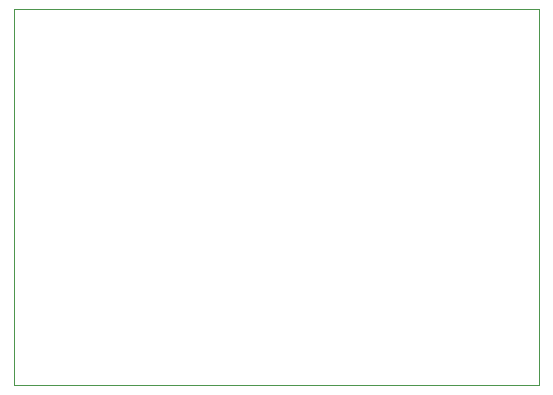
<source format=gbr>
%TF.GenerationSoftware,KiCad,Pcbnew,8.0.3*%
%TF.CreationDate,2024-07-19T22:27:02-04:00*%
%TF.ProjectId,DCPPowerBoard,44435050-6f77-4657-9242-6f6172642e6b,rev?*%
%TF.SameCoordinates,Original*%
%TF.FileFunction,Other,User*%
%FSLAX46Y46*%
G04 Gerber Fmt 4.6, Leading zero omitted, Abs format (unit mm)*
G04 Created by KiCad (PCBNEW 8.0.3) date 2024-07-19 22:27:02*
%MOMM*%
%LPD*%
G01*
G04 APERTURE LIST*
%ADD10C,0.100000*%
G04 APERTURE END LIST*
D10*
X70585000Y-45812500D02*
X115085000Y-45812500D01*
X115085000Y-77612500D01*
X70585000Y-77612500D01*
X70585000Y-45812500D01*
M02*

</source>
